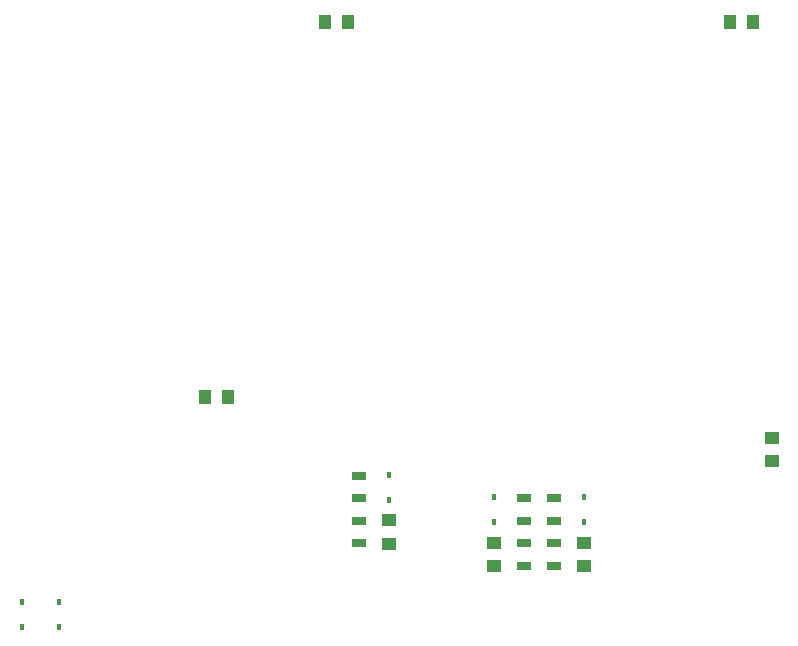
<source format=gbr>
G04 #@! TF.FileFunction,Paste,Bot*
%FSLAX46Y46*%
G04 Gerber Fmt 4.6, Leading zero omitted, Abs format (unit mm)*
G04 Created by KiCad (PCBNEW 4.0.6) date 01/07/18 00:35:13*
%MOMM*%
%LPD*%
G01*
G04 APERTURE LIST*
%ADD10C,0.100000*%
%ADD11R,0.450000X0.600000*%
%ADD12R,1.000000X1.250000*%
%ADD13R,1.250000X1.000000*%
%ADD14R,1.300000X0.700000*%
G04 APERTURE END LIST*
D10*
D11*
X24765000Y-96740000D03*
X24765000Y-98840000D03*
X27940000Y-96740000D03*
X27940000Y-98840000D03*
D12*
X40275000Y-79375000D03*
X42275000Y-79375000D03*
D13*
X88265000Y-82820000D03*
X88265000Y-84820000D03*
D12*
X50435000Y-47625000D03*
X52435000Y-47625000D03*
X84725000Y-47625000D03*
X86725000Y-47625000D03*
D13*
X55880000Y-91805000D03*
X55880000Y-89805000D03*
X72390000Y-93710000D03*
X72390000Y-91710000D03*
X64770000Y-93710000D03*
X64770000Y-91710000D03*
D11*
X55880000Y-88045000D03*
X55880000Y-85945000D03*
X64770000Y-89950000D03*
X64770000Y-87850000D03*
X72390000Y-89950000D03*
X72390000Y-87850000D03*
D14*
X53340000Y-91755000D03*
X53340000Y-89855000D03*
X53340000Y-87945000D03*
X53340000Y-86045000D03*
X67310000Y-93660000D03*
X67310000Y-91760000D03*
X67310000Y-89850000D03*
X67310000Y-87950000D03*
X69850000Y-93660000D03*
X69850000Y-91760000D03*
X69850000Y-89850000D03*
X69850000Y-87950000D03*
M02*

</source>
